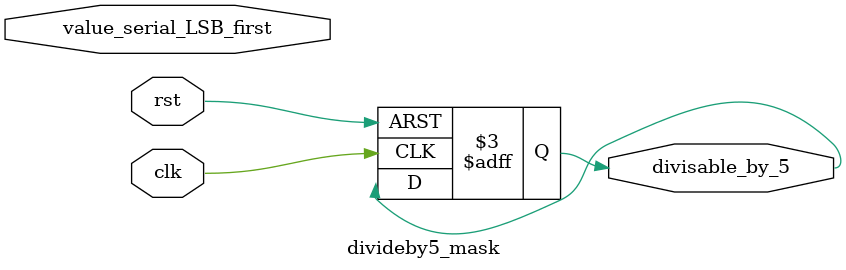
<source format=v>
`timescale 1ns / 1ps


module divideby5_mask(
    input clk,
    input rst,
    input value_serial_LSB_first,
    output reg divisable_by_5
    );
    
    always @ (posedge clk or posedge rst)
        begin
            if (rst)
                begin
                    divisable_by_5 <= 1'b0;
                end
            else 
                begin
                    if (value_serial_LSB_first == 1'b0)
                        begin
                        end
                    else
                        begin
                        end
                end            
        end
    
endmodule

</source>
